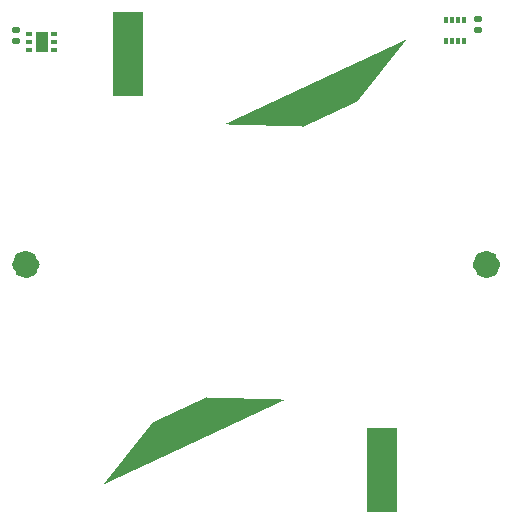
<source format=gtp>
G04 #@! TF.GenerationSoftware,KiCad,Pcbnew,7.0.2*
G04 #@! TF.CreationDate,2023-07-30T22:18:18-04:00*
G04 #@! TF.ProjectId,TopExternalFaceRev1,546f7045-7874-4657-926e-616c46616365,rev?*
G04 #@! TF.SameCoordinates,Original*
G04 #@! TF.FileFunction,Paste,Top*
G04 #@! TF.FilePolarity,Positive*
%FSLAX46Y46*%
G04 Gerber Fmt 4.6, Leading zero omitted, Abs format (unit mm)*
G04 Created by KiCad (PCBNEW 7.0.2) date 2023-07-30 22:18:18*
%MOMM*%
%LPD*%
G01*
G04 APERTURE LIST*
G04 Aperture macros list*
%AMRoundRect*
0 Rectangle with rounded corners*
0 $1 Rounding radius*
0 $2 $3 $4 $5 $6 $7 $8 $9 X,Y pos of 4 corners*
0 Add a 4 corners polygon primitive as box body*
4,1,4,$2,$3,$4,$5,$6,$7,$8,$9,$2,$3,0*
0 Add four circle primitives for the rounded corners*
1,1,$1+$1,$2,$3*
1,1,$1+$1,$4,$5*
1,1,$1+$1,$6,$7*
1,1,$1+$1,$8,$9*
0 Add four rect primitives between the rounded corners*
20,1,$1+$1,$2,$3,$4,$5,0*
20,1,$1+$1,$4,$5,$6,$7,0*
20,1,$1+$1,$6,$7,$8,$9,0*
20,1,$1+$1,$8,$9,$2,$3,0*%
%AMOutline4P*
0 Free polygon, 4 corners , with rotation*
0 The origin of the aperture is its center*
0 number of corners: always 4*
0 $1 to $8 corner X, Y*
0 $9 Rotation angle, in degrees counterclockwise*
0 create outline with 4 corners*
4,1,4,$1,$2,$3,$4,$5,$6,$7,$8,$1,$2,$9*%
G04 Aperture macros list end*
%ADD10C,1.150000*%
%ADD11RoundRect,0.140000X0.170000X-0.140000X0.170000X0.140000X-0.170000X0.140000X-0.170000X-0.140000X0*%
%ADD12RoundRect,0.140000X-0.170000X0.140000X-0.170000X-0.140000X0.170000X-0.140000X0.170000X0.140000X0*%
%ADD13R,0.300000X0.620000*%
%ADD14Outline4P,-8.500000X-1.500000X8.500000X-1.500000X2.500000X1.500000X-2.500000X1.500000X25.000000*%
%ADD15R,2.530000X7.220000*%
%ADD16Outline4P,-8.500000X-1.500000X8.500000X-1.500000X2.500000X1.500000X-2.500000X1.500000X205.000000*%
%ADD17R,0.600000X0.350000*%
%ADD18R,1.100000X1.700000*%
G04 APERTURE END LIST*
D10*
X145075000Y-125100000D02*
G75*
G03*
X145075000Y-125100000I-575000J0D01*
G01*
X106075000Y-125100000D02*
G75*
G03*
X106075000Y-125100000I-575000J0D01*
G01*
D11*
X143800000Y-105280000D03*
X143800000Y-104320000D03*
D12*
X104700000Y-105220000D03*
X104700000Y-106180000D03*
D13*
X142600000Y-104380000D03*
X142100000Y-104380000D03*
X141600000Y-104380000D03*
X141100000Y-104380000D03*
X141100000Y-106200000D03*
X141600000Y-106200000D03*
X142100000Y-106200000D03*
X142600000Y-106200000D03*
D14*
X119150500Y-138792003D03*
D15*
X135675500Y-142484003D03*
D16*
X130649500Y-111007997D03*
D15*
X114124500Y-107315997D03*
D17*
X107900000Y-106900000D03*
X107900000Y-106250000D03*
X107900000Y-105600000D03*
X105800000Y-105600000D03*
X105800000Y-106250000D03*
X105800000Y-106900000D03*
D18*
X106850000Y-106250000D03*
M02*

</source>
